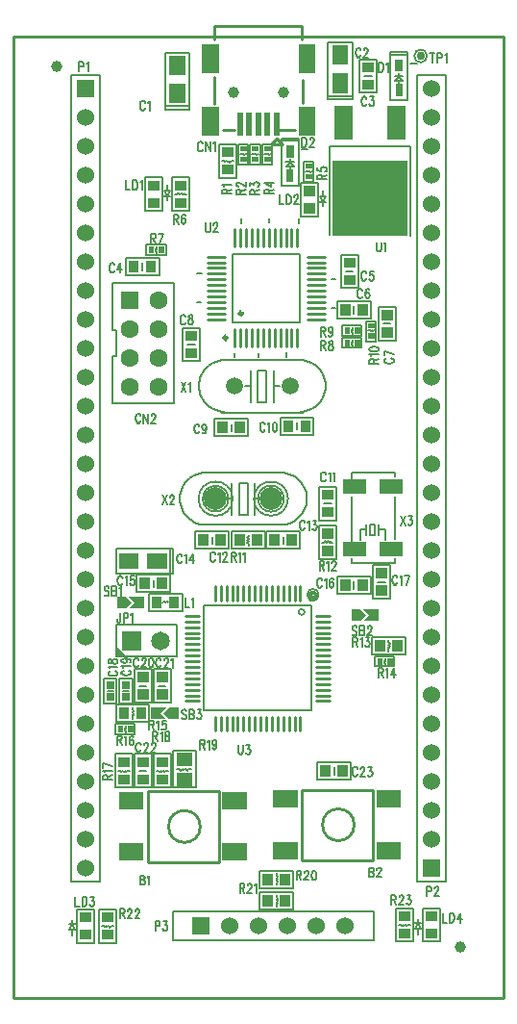
<source format=gto>
*
*
G04 PADS Layout (Build Number 2007.42.1) generated Gerber (RS-274-X) file*
G04 PC Version=2.1*
*
%IN "MB913-0127-e.pcb"*%
*
%MOIN*%
*
%FSLAX35Y35*%
*
*
*
*
G04 PC Standard Apertures*
*
*
G04 Thermal Relief Aperture macro.*
%AMTER*
1,1,$1,0,0*
1,0,$1-$2,0,0*
21,0,$3,$4,0,0,45*
21,0,$3,$4,0,0,135*
%
*
*
G04 Annular Aperture macro.*
%AMANN*
1,1,$1,0,0*
1,0,$2,0,0*
%
*
*
G04 Odd Aperture macro.*
%AMODD*
1,1,$1,0,0*
1,0,$1-0.005,0,0*
%
*
*
G04 PC Custom Aperture Macros*
*
*
*
*
*
*
G04 PC Aperture Table*
*
%ADD010R,0.02362X0.02362*%
%ADD011C,0.01*%
%ADD012C,0.008*%
%ADD015C,0.012*%
%ADD017C,0.006*%
%ADD019R,0.035X0.035*%
%ADD021R,0.065X0.065*%
%ADD022C,0.065*%
%ADD024R,0.06X0.06*%
%ADD026C,0.06*%
%ADD027R,0.063X0.063*%
%ADD028C,0.063*%
%ADD032C,0.03*%
%ADD033C,0.039*%
%ADD038C,0.005*%
%ADD039C,0.03937*%
%ADD040C,0.01013*%
%ADD043C,0.00984*%
%ADD044R,0.02X0.02*%
%ADD045R,0.05906X0.05906*%
%ADD046C,0.07874*%
%ADD047C,0.05906*%
%ADD048R,0.05118X0.05118*%
%ADD049R,0.02756X0.02756*%
%ADD050R,0.06299X0.06299*%
%ADD051R,0.26378X0.26378*%
%ADD052R,0.045X0.045*%
%ADD057C,0.00787*%
%ADD061R,0.025X0.025*%
%ADD062R,0.01772X0.01772*%
%ADD063C,0.00551*%
%ADD064C,0.00512*%
*
*
*
*
G04 PC Copper Outlines (0)*
G04 Layer Name MB913-0127-e.pcb - dark (0)*
%LPD*%
*
*
G04 PC Area=_PSI_PAC_JUMPER_000_*
G75*
G36*
G01*
X3170718Y1780740D02*
X3173868D01*
X3175836Y1782709D01*
X3173868Y1784677D01*
X3170718D01*
Y1780740D01*
G37*
G74*
*
*
G04 PC Copper Outlines (1)*
G04 Layer Name MB913-0127-e.pcb - dark (1)*
%LPD*%
*
*
G04 PC Area=_PSI_PAC_JUMPER_001_*
G75*
G36*
G01*
X3174852Y1784677D02*
X3176820Y1782709D01*
X3174852Y1780740D01*
X3180167D01*
Y1784677D01*
X3174852D01*
G37*
G74*
*
*
G04 PC Copper Outlines (2)*
G04 Layer Name MB913-0127-e.pcb - dark (2)*
%LPD*%
*
*
G04 PC Area=_PSI_PAC_JUMPER_000_*
G75*
G36*
G01*
X3251949Y1776350D02*
X3255098D01*
X3257067Y1778319D01*
X3255098Y1780287D01*
X3251949D01*
Y1776350D01*
G37*
G74*
*
*
G04 PC Copper Outlines (3)*
G04 Layer Name MB913-0127-e.pcb - dark (3)*
%LPD*%
*
*
G04 PC Area=_PSI_PAC_JUMPER_001_*
G75*
G36*
G01*
X3256083Y1780287D02*
X3258051Y1778319D01*
X3256083Y1776350D01*
X3261398D01*
Y1780287D01*
X3256083D01*
G37*
G74*
*
*
G04 PC Copper Outlines (4)*
G04 Layer Name MB913-0127-e.pcb - dark (4)*
%LPD*%
*
*
G04 PC Area=_PSI_PAC_JUMPER_000_P324000000*
G75*
G36*
G01*
X3191925Y1746303D02*
X3188776D01*
X3186807Y1744335D01*
X3188776Y1742366D01*
X3191925D01*
Y1746303D01*
G37*
G74*
*
*
G04 PC Copper Outlines (5)*
G04 Layer Name MB913-0127-e.pcb - dark (5)*
%LPD*%
*
*
G04 PC Area=_PSI_PAC_JUMPER_001_P324000000*
G75*
G36*
G01*
X3187791Y1742366D02*
X3185823Y1744335D01*
X3187791Y1746303D01*
X3182476D01*
Y1742366D01*
X3187791D01*
G37*
G74*
*
*
G04 PC Copper Outlines (6)*
G04 Layer Name MB913-0127-e.pcb - dark (6)*
%LPD*%
*
*
G04 PC Area=_PSI_PAC_CASE-A_000_P162000000*
G75*
G36*
G01*
X3194443Y1955609D02*
Y1962409D01*
X3188843D01*
Y1955609D01*
X3194443D01*
G37*
G74*
*
*
G04 PC Copper Outlines (7)*
G04 Layer Name MB913-0127-e.pcb - dark (7)*
%LPD*%
*
*
G04 PC Area=_PSI_PAC_CASE-A_001_P162000000*
G75*
G36*
G01*
X3194443Y1965409D02*
Y1972209D01*
X3188843D01*
Y1965409D01*
X3194443D01*
G37*
G74*
*
*
G04 PC Copper Outlines (8)*
G04 Layer Name MB913-0127-e.pcb - dark (8)*
%LPD*%
*
*
G04 PC Area=_PSI_PAC_CASE-A_000_P162000000*
G75*
G36*
G01*
X3250843Y1959209D02*
Y1966009D01*
X3245243D01*
Y1959209D01*
X3250843D01*
G37*
G74*
*
*
G04 PC Copper Outlines (9)*
G04 Layer Name MB913-0127-e.pcb - dark (9)*
%LPD*%
*
*
G04 PC Area=_PSI_PAC_CASE-A_001_P162000000*
G75*
G36*
G01*
X3250843Y1969009D02*
Y1975809D01*
X3245243D01*
Y1969009D01*
X3250843D01*
G37*
G74*
*
*
G04 PC Copper Outlines (10)*
G04 Layer Name MB913-0127-e.pcb - dark (10)*
%LPD*%
*
*
G04 PC Area=_PSI_PAC_CASE-AA_000_P324000000*
G75*
G36*
G01*
X3187943Y1799909D02*
X3181143D01*
Y1794309D01*
X3187943D01*
Y1799909D01*
G37*
G74*
*
*
G04 PC Copper Outlines (11)*
G04 Layer Name MB913-0127-e.pcb - dark (11)*
%LPD*%
*
*
G04 PC Area=_PSI_PAC_CASE-AA_001_P324000000*
G75*
G36*
G01*
X3178143Y1799909D02*
X3171343D01*
Y1794309D01*
X3178143D01*
Y1799909D01*
G37*
G74*
*
*
G04 PC Copper Outlines (12)*
G04 Layer Name MB913-0127-e.pcb - dark (12)*
%LPD*%
*
*
G04 PC Area=Custom_Thermal*
*
G04 PC Custom Flashes*
G04 Layer Name MB913-0127-e.pcb - flashes*
%LPD*%
*
*
G04 PC Circuitry*
G04 Layer Name MB913-0127-e.pcb - circuitry*
%LPD*%
*
G54D10*
G01X3268443Y1961189D02*
Y1959378D01*
X3230709Y1931457D02*
Y1929646D01*
G54D11*
X3234881Y1977874D02*
Y1982550D01*
X3204306*
Y1977835*
X3204481Y1964646D02*
Y1955512D01*
X3234906Y1963740D02*
Y1955630D01*
X3207362Y1946300D02*
X3211506D01*
X3227231Y1946325D02*
X3232481D01*
X3225906Y1943425D02*
X3223906Y1941425D01*
X3227906*
X3225906Y1943425*
X3234843Y1693409D02*
Y1717909D01*
X3259343*
Y1693409*
X3234843*
X3252941Y1705767D02*
G75*
G03X3252941I-5512J0D01*
G01X3181443Y1692809D02*
Y1717309D01*
X3205943*
Y1692809*
X3181443*
X3199541Y1705167D02*
G03X3199541I-5512J0D01*
G01X3213505Y1871359D02*
Y1877459D01*
X3215473Y1871359D02*
Y1877459D01*
X3217442Y1871359D02*
Y1877459D01*
X3219410Y1871359D02*
Y1877459D01*
X3221379Y1871359D02*
Y1877459D01*
X3223347Y1871359D02*
Y1877459D01*
X3225316Y1871359D02*
Y1877459D01*
X3227284Y1871359D02*
Y1877459D01*
X3229253Y1871359D02*
Y1877459D01*
X3231221Y1871359D02*
Y1877459D01*
X3242736Y1882873D02*
X3236636D01*
X3242736Y1884842D02*
X3236636D01*
X3242736Y1886810D02*
X3236636D01*
X3242736Y1888779D02*
X3236636D01*
X3242736Y1890747D02*
X3236636D01*
X3242736Y1892716D02*
X3236636D01*
X3242736Y1894684D02*
X3236636D01*
X3242736Y1896653D02*
X3236636D01*
X3242736Y1898621D02*
X3236636D01*
X3242736Y1900590D02*
X3236636D01*
X3231221Y1906004D02*
Y1912104D01*
X3229253Y1906004D02*
Y1912104D01*
X3227284Y1906004D02*
Y1912104D01*
X3225316Y1906004D02*
Y1912104D01*
X3223347Y1906004D02*
Y1912104D01*
X3221379Y1906004D02*
Y1912104D01*
X3219410Y1906004D02*
Y1912104D01*
X3217442Y1906004D02*
Y1912104D01*
X3215473Y1906004D02*
Y1912104D01*
X3213505Y1906004D02*
Y1912104D01*
X3208090Y1900590D02*
X3201990D01*
X3208090Y1898621D02*
X3201990D01*
X3208090Y1896653D02*
X3201990D01*
X3208090Y1894684D02*
X3201990D01*
X3208090Y1892716D02*
X3201990D01*
X3208090Y1890747D02*
X3201990D01*
X3208090Y1888779D02*
X3201990D01*
X3208090Y1886810D02*
X3201990D01*
X3208090Y1884842D02*
X3201990D01*
X3208090Y1882873D02*
X3201990D01*
X3173474Y1782709D03*
X3177805D03*
X3254705Y1778319D03*
X3259035D03*
X3189169Y1744335D03*
X3184839D03*
X3134843Y1645709D02*
X3304843D01*
Y1978780*
X3134843*
Y1645709*
G54D12*
X3164843Y1965472D02*
Y1685945D01*
X3154843*
Y1965472*
X3164843*
X3274843Y1685945D02*
Y1965472D01*
X3284843*
Y1685945*
X3274843*
X3190000Y1675709D02*
X3259685D01*
Y1665709*
X3190000*
Y1675709*
X3238031Y1781693D02*
Y1745394D01*
X3200709*
Y1781693*
X3238031*
X3235646Y1779449D02*
G03X3235646I-1000J0D01*
G01X3240616Y1785440D02*
G03X3240616I-1994J0D01*
G01X3239771Y1785243D02*
G03X3239771I-913J0D01*
G01X3239803Y1785440D02*
G03X3239803I-1063J0D01*
G01X3239494Y1785322D02*
G03X3239494I-1187J0D01*
G01X3239528Y1785007D02*
G03X3239528I-1024J0D01*
G01X3239290Y1785243D02*
G03X3239290I-668J0D01*
G01X3239803Y1784653D02*
G03X3239803I-1378J0D01*
G01X3240155Y1785125D02*
G03X3240155I-1061J0D01*
G54D15*
G01X3208843Y1874409D02*
G03X3208843I-600J0D01*
G01X3214243Y1882909D02*
G03X3214243I-600J0D01*
G54D17*
G01X3261183Y1789909D02*
X3263663D01*
X3244984Y1817012D02*
X3242504D01*
X3228243Y1805569D02*
Y1803088D01*
X3203643Y1803049D02*
Y1805529D01*
X3183243Y1790569D02*
Y1788088D01*
X3258902Y1965109D02*
X3256422D01*
X3262983Y1879309D02*
X3265463D01*
X3252843Y1787449D02*
Y1789929D01*
X3179433Y1900287D02*
Y1897807D01*
X3197702Y1872109D02*
X3195222D01*
X3233043Y1845169D02*
Y1842688D01*
X3210243Y1842049D02*
Y1844529D01*
X3250028Y1897425D02*
X3252508D01*
X3176043Y1746356D02*
Y1745608D01*
X3176515Y1745135*
X3176023Y1744643*
X3176456Y1744210*
X3176003Y1743757*
X3176417Y1743344*
X3176003Y1742931*
Y1742458*
X3169339Y1670693D02*
X3168591D01*
X3168118Y1670220*
X3167626Y1670713*
X3167193Y1670280*
X3166740Y1670732*
X3166327Y1670319*
X3165913Y1670732*
X3165441*
X3272350Y1671067D02*
X3271602D01*
X3271130Y1670594*
X3270638Y1671087*
X3270205Y1670654*
X3269752Y1671106*
X3269339Y1670693*
X3268925Y1671106*
X3268453*
X3264843Y1769756D02*
Y1769008D01*
X3265315Y1768535*
X3264823Y1768043*
X3265256Y1767610*
X3264803Y1767157*
X3265217Y1766744*
X3264803Y1766331*
Y1765858*
X3188290Y1724509D02*
X3187542D01*
X3187069Y1724036*
X3186577Y1724528*
X3186144Y1724095*
X3185691Y1724548*
X3185278Y1724135*
X3184865Y1724548*
X3184392*
X3225949Y1681476D02*
Y1680728D01*
X3226421Y1680256*
X3225929Y1679764*
X3226362Y1679331*
X3225909Y1678878*
X3226323Y1678465*
X3225909Y1678051*
Y1677579*
X3190772Y1924146D02*
X3191520D01*
X3191992Y1924618*
X3192484Y1924126*
X3192917Y1924559*
X3193370Y1924106*
X3193783Y1924520*
X3194197Y1924106*
X3194669*
X3210586Y1879905D02*
Y1903405D01*
X3234086*
Y1879905*
X3210586*
X3246530Y1884909D02*
X3244955D01*
X3246530Y1894709D02*
X3244955D01*
X3233643Y1915796D02*
Y1914221D01*
X3223443Y1915896D02*
Y1914321D01*
X3213743Y1915796D02*
Y1914221D01*
X3198355Y1896609D02*
X3199930D01*
X3198255Y1886809D02*
X3199830D01*
X3211243Y1867621D02*
Y1869196D01*
X3219643Y1867621D02*
Y1869196D01*
X3229343Y1867721D02*
Y1869296D01*
X3190531Y1893492D02*
Y1851917D01*
X3168957*
Y1868098*
X3170413*
Y1876957*
X3169035*
Y1893492*
X3190531*
X3186443Y1782709D02*
X3186943Y1783209D01*
X3187443Y1782709*
X3187943Y1783209*
X3188443Y1782709*
X3225949Y1688965D02*
Y1688217D01*
X3226421Y1687744*
X3225929Y1687252*
X3226362Y1686819*
X3225909Y1686366*
X3226323Y1685953*
X3225909Y1685539*
Y1685067*
X3241657Y1803563D02*
X3242406D01*
X3242878Y1804035*
X3243370Y1803543*
X3243803Y1803976*
X3244256Y1803524*
X3244669Y1803937*
X3245083Y1803524*
X3245555*
X3252843Y1885369D02*
Y1882888D01*
X3191343Y1764009D02*
Y1775009D01*
X3170343*
Y1764009*
X3191343*
X3173343D02*
X3170343Y1767009D01*
X3172343Y1764009D02*
X3170343Y1766009D01*
X3170843Y1765009D02*
X3171843Y1764009D01*
X3171343D02*
X3170843Y1764509D01*
X3184983Y1753909D02*
X3187463D01*
X3178383D02*
X3180863D01*
X3175090Y1724509D02*
X3174342D01*
X3173869Y1724036*
X3173377Y1724528*
X3172944Y1724095*
X3172491Y1724548*
X3172078Y1724135*
X3171665Y1724548*
X3171192*
X3278206Y1972047D02*
G03X3278206I-2222J0D01*
G01X3245917Y1725618D02*
Y1723138D01*
X3216243Y1802261D02*
Y1803009D01*
X3215770Y1803482*
X3216262Y1803974*
X3215829Y1804407*
X3216282Y1804860*
X3215869Y1805273*
X3216282Y1805687*
Y1806159*
X3227443Y1809709D02*
X3228443D01*
X3229443Y1809909*
X3230443Y1810209*
X3231343Y1810509*
X3232243Y1811009*
X3233043Y1811609*
X3233843Y1812309*
X3234443Y1813009*
X3235043Y1813909*
X3235543Y1814709*
X3235943Y1815709*
X3236243Y1816609*
X3236443Y1817609*
Y1818709*
Y1819709*
X3236243Y1820709*
X3235943Y1821609*
X3235543Y1822609*
X3235043Y1823409*
X3234443Y1824309*
X3233843Y1825009*
X3233043Y1825709*
X3232243Y1826309*
X3231343Y1826809*
X3230443Y1827109*
X3229443Y1827409*
X3228443Y1827609*
X3227443Y1827709*
X3201443D02*
X3200443Y1827609D01*
X3199443Y1827409*
X3198443Y1827109*
X3197543Y1826809*
X3196643Y1826309*
X3195843Y1825709*
X3195043Y1825009*
X3194443Y1824309*
X3193843Y1823409*
X3193343Y1822609*
X3192943Y1821609*
X3192643Y1820709*
X3192543Y1819709*
X3192443Y1818709*
X3192543Y1817609*
X3192643Y1816609*
X3192943Y1815709*
X3193343Y1814709*
X3193843Y1813909*
X3194443Y1813009*
X3195043Y1812309*
X3195843Y1811609*
X3196643Y1811009*
X3197543Y1810509*
X3198443Y1810209*
X3199443Y1809909*
X3200443Y1809709*
X3201443*
Y1809693D02*
X3228443D01*
X3200443Y1827646D02*
X3228443D01*
X3218443Y1818709D02*
X3220443D01*
X3218443Y1813209D02*
Y1824209D01*
X3212943D02*
X3215943D01*
X3212943Y1813209D02*
Y1824209D01*
Y1813209D02*
X3215943D01*
Y1824209*
X3210443Y1813209D02*
Y1824209D01*
X3208443Y1818709D02*
X3210443D01*
X3209260D02*
G03X3209260I-4424J0D01*
G01X3210742D02*
G03X3210742I-5906J0D01*
G01X3229954D02*
G03X3229954I-5905J0D01*
G01X3228531D02*
G03X3228531I-4482J0D01*
G01X3187443Y1953409D02*
X3195843D01*
Y1973209*
X3187443*
Y1953409*
Y1954609D02*
X3195843D01*
X3243843Y1957009D02*
X3252243D01*
Y1976809*
X3243843*
Y1957009*
Y1958209D02*
X3252243D01*
X3190143Y1792909D02*
Y1801309D01*
X3170343*
Y1792909*
X3190143*
X3188943D02*
Y1801309D01*
X3208043Y1866709D02*
X3207043D01*
X3206043Y1866509*
X3205043Y1866209*
X3204143Y1865909*
X3203243Y1865409*
X3202443Y1864809*
X3201643Y1864109*
X3201043Y1863409*
X3200443Y1862509*
X3199943Y1861709*
X3199543Y1860709*
X3199243Y1859809*
X3199043Y1858809*
Y1857709*
Y1856709*
X3199243Y1855709*
X3199543Y1854809*
X3199943Y1853809*
X3200443Y1853009*
X3201043Y1852109*
X3201643Y1851409*
X3202443Y1850709*
X3203243Y1850109*
X3204143Y1849609*
X3205043Y1849309*
X3206043Y1849009*
X3207043Y1848809*
X3208043Y1848709*
X3234043D02*
X3235043Y1848809D01*
X3236043Y1849009*
X3237043Y1849309*
X3237943Y1849609*
X3238843Y1850109*
X3239643Y1850709*
X3240443Y1851409*
X3241043Y1852109*
X3241643Y1853009*
X3242143Y1853809*
X3242543Y1854809*
X3242843Y1855709*
X3242943Y1856709*
X3243043Y1857709*
X3242943Y1858809*
X3242843Y1859809*
X3242543Y1860709*
X3242143Y1861709*
X3241643Y1862509*
X3241043Y1863409*
X3240443Y1864109*
X3239643Y1864809*
X3238843Y1865409*
X3237943Y1865909*
X3237043Y1866209*
X3236043Y1866509*
X3235043Y1866709*
X3234043*
Y1866862D02*
X3207043D01*
X3235043Y1848555D02*
X3207043D01*
X3217043Y1857709D02*
X3215043D01*
X3217043Y1863209D02*
Y1852209D01*
X3222543D02*
X3219543D01*
X3222543Y1863209D02*
Y1852209D01*
Y1863209D02*
X3219543D01*
Y1852209*
X3225043Y1863209D02*
Y1852209D01*
X3227043Y1857709D02*
X3225043D01*
X3178383Y1724509D02*
X3180863D01*
X3251962Y1797935D02*
Y1796361D01*
X3266923*
Y1797935*
Y1804628D02*
Y1819589D01*
X3251962Y1804235D02*
Y1819589D01*
Y1825888D02*
Y1827857D01*
X3266923*
Y1826282*
X3258261Y1806203D02*
Y1809746D01*
X3260230*
Y1806203*
X3258261*
X3257080D02*
Y1809746D01*
X3261411Y1806203D02*
Y1809746D01*
X3257080Y1807975D02*
X3255112D01*
X3261411D02*
X3263576D01*
X3255112D02*
Y1804431D01*
X3263576Y1807975D02*
Y1804431D01*
X3265443Y1972370D02*
Y1956909D01*
X3271443*
Y1972370*
X3265443*
Y1973309D02*
Y1956909D01*
X3271443*
Y1973309*
X3265443*
X3269702Y1965244D02*
X3266907D01*
X3269506Y1963787D02*
X3268443Y1964850D01*
X3267084Y1963492*
X3269702*
X3269378Y1963817*
X3268403Y1966189D02*
Y1965756D01*
X3268364Y1963157D02*
Y1962685D01*
X3227709Y1942638D02*
Y1927176D01*
X3233709*
Y1942638*
X3227709*
Y1943576D02*
Y1927176D01*
X3233709*
Y1943576*
X3227709*
X3231969Y1935512D02*
X3229173D01*
X3231772Y1934055D02*
X3230709Y1935118D01*
X3229350Y1933760*
X3231969*
X3231644Y1934085*
X3230669Y1936457D02*
Y1936024D01*
X3230630Y1933425D02*
Y1932953D01*
X3190123Y1731419D02*
Y1718619D01*
X3198123*
Y1731419*
X3190123*
X3191247Y1725091D02*
X3192192D01*
X3192724Y1724560*
X3193294Y1725131*
X3193806Y1724619*
X3194377Y1725190*
X3194987Y1724580*
X3195361Y1724954*
X3196365*
X3175943Y1750309D02*
Y1756409D01*
X3171343*
Y1753359*
X3175943Y1750859D02*
Y1747809D01*
X3171343*
Y1754509*
X3174643Y1752109D02*
X3172643D01*
X3170543Y1750309D02*
Y1756409D01*
X3165943*
Y1753359*
X3170543Y1750859D02*
Y1747809D01*
X3165943*
Y1754509*
X3169243Y1752109D02*
X3167243D01*
X3211090Y1935709D02*
X3210342D01*
X3209869Y1935236*
X3209377Y1935728*
X3208944Y1935295*
X3208491Y1935748*
X3208078Y1935335*
X3207665Y1935748*
X3207192*
X3267897Y1791321D02*
X3267783Y1791634D01*
X3267556Y1791946*
X3267329Y1792102*
X3266874*
X3266647Y1791946*
X3266420Y1791634*
X3266306Y1791321*
X3266193Y1790852*
Y1790071*
X3266306Y1789602*
X3266420Y1789290*
X3266647Y1788977*
X3266874Y1788821*
X3267329*
X3267556Y1788977*
X3267783Y1789290*
X3267897Y1789602*
X3268920Y1791477D02*
X3269147Y1791634D01*
X3269488Y1792102*
Y1788821*
X3272102Y1792102D02*
X3270965Y1788821D01*
X3270511Y1792102D02*
X3272102D01*
X3243043Y1827106D02*
X3242929Y1827418D01*
X3242702Y1827731*
X3242474Y1827887*
X3242020*
X3241793Y1827731*
X3241565Y1827418*
X3241452Y1827106*
X3241338Y1826637*
Y1825856*
X3241452Y1825387*
X3241565Y1825074*
X3241793Y1824762*
X3242020Y1824606*
X3242474*
X3242702Y1824762*
X3242929Y1825074*
X3243043Y1825387*
X3244065Y1827262D02*
X3244293Y1827418D01*
X3244633Y1827887*
X3244633D02*
Y1824606D01*
X3245656Y1827262D02*
X3245883Y1827418D01*
X3245883D02*
X3246224Y1827887D01*
Y1824606*
X3235752Y1810394D02*
X3235638Y1810706D01*
X3235411Y1811019*
X3235184Y1811175*
X3234729*
X3234502Y1811019*
X3234275Y1810706*
X3234161Y1810394*
X3234047Y1809925*
Y1809144*
X3234161Y1808675*
X3234275Y1808362*
X3234502Y1808050*
X3234729Y1807894*
X3235184*
X3235411Y1808050*
X3235638Y1808362*
X3235752Y1808675*
X3236775Y1810550D02*
X3237002Y1810706D01*
X3237343Y1811175*
Y1807894*
X3238593Y1811175D02*
X3239843D01*
X3239161Y1809925*
X3239502*
X3239729Y1809769*
X3239843Y1809612*
X3239956Y1809144*
Y1808831*
X3239843Y1808362*
X3239615Y1808050*
X3239275Y1807894*
X3238934*
X3238593Y1808050*
X3238479Y1808206*
X3238365Y1808519*
X3204704Y1799402D02*
X3204590Y1799715D01*
X3204363Y1800027*
X3204136Y1800184*
X3203681*
X3203454Y1800027*
X3203227Y1799715*
X3203113Y1799402*
X3202999Y1798934*
Y1798152*
X3203113Y1797684*
X3203227Y1797371*
X3203454Y1797059*
X3203681Y1796902*
X3204136*
X3204363Y1797059*
X3204590Y1797371*
X3204704Y1797684*
X3205727Y1799559D02*
X3205954Y1799715D01*
X3206295Y1800184*
Y1796902*
X3207431Y1799402D02*
Y1799559D01*
X3207545Y1799871*
X3207658Y1800027*
X3207886Y1800184*
X3208340*
X3208568Y1800027*
X3208681Y1799871*
X3208795Y1799559*
Y1799246*
X3208681Y1798934*
X3208454Y1798465*
X3207318Y1796902*
X3208908*
X3172571Y1791185D02*
X3172457Y1791498D01*
X3172230Y1791810*
X3172003Y1791966*
X3171548*
X3171321Y1791810*
X3171093Y1791498*
X3170980Y1791185*
X3170866Y1790716*
Y1789935*
X3170980Y1789466*
X3171093Y1789154*
X3171321Y1788841*
X3171548Y1788685*
X3172003*
X3172230Y1788841*
X3172457Y1789154*
X3172571Y1789466*
X3173593Y1791341D02*
X3173821Y1791498D01*
X3174162Y1791966*
Y1788685*
X3176662Y1791966D02*
X3175525D01*
X3175412Y1790560*
X3175525Y1790716*
X3175866Y1790873*
X3176207*
X3176548Y1790716*
X3176775Y1790404*
X3176889Y1789935*
X3176775Y1789623*
X3176662Y1789154*
X3176434Y1788841*
X3176093Y1788685*
X3175753*
X3175412Y1788841*
X3175298Y1788998*
X3175184Y1789310*
X3257208Y1957193D02*
X3257095Y1957505D01*
X3256868Y1957818*
X3256640Y1957974*
X3256186*
X3255958Y1957818*
X3255731Y1957505*
X3255618Y1957193*
X3255504Y1956724*
Y1955943*
X3255618Y1955474*
X3255731Y1955162*
X3255958Y1954849*
X3256186Y1954693*
X3256640*
X3256868Y1954849*
X3257095Y1955162*
X3257208Y1955474*
X3258458Y1957974D02*
X3259708D01*
X3259027Y1956724*
X3259368*
X3259595Y1956568*
X3259708Y1956412*
X3259822Y1955943*
Y1955630*
X3259708Y1955162*
X3259481Y1954849*
X3259140Y1954693*
X3258799*
X3258458Y1954849*
X3258345Y1955005*
X3258231Y1955318*
X3264173Y1867268D02*
X3263861Y1867154D01*
X3263548Y1866927*
X3263392Y1866699*
Y1866245*
X3263548Y1866018*
X3263861Y1865790*
X3264173Y1865677*
X3264642Y1865563*
X3265423*
X3265892Y1865677*
X3266204Y1865790*
X3266517Y1866018*
X3266673Y1866245*
Y1866699*
X3266517Y1866927*
X3266204Y1867154*
X3265892Y1867268*
X3263392Y1869881D02*
X3266673Y1868745D01*
X3263392Y1868290D02*
Y1869881D01*
X3241765Y1790402D02*
X3241652Y1790715D01*
X3241424Y1791027*
X3241197Y1791184*
X3240743*
X3240515Y1791027*
X3240288Y1790715*
X3240174Y1790402*
X3240061Y1789934*
Y1789152*
X3240174Y1788684*
X3240288Y1788371*
X3240515Y1788059*
X3240743Y1787902*
X3241197*
X3241424Y1788059*
X3241652Y1788371*
X3241765Y1788684*
X3242788Y1790559D02*
X3243015Y1790715D01*
X3243356Y1791184*
Y1787902*
X3245743Y1790715D02*
X3245629Y1791027D01*
X3245288Y1791184*
X3245061*
X3244720Y1791027*
X3244493Y1790559*
X3244379Y1789777*
Y1788996*
X3244493Y1788371*
X3244720Y1788059*
X3245061Y1787902*
X3245174*
X3245515Y1788059*
X3245743Y1788371*
X3245856Y1788840*
Y1788996*
X3245743Y1789465*
X3245515Y1789777*
X3245174Y1789934*
X3245061*
X3244720Y1789777*
X3244493Y1789465*
X3244379Y1788996*
X3169728Y1899602D02*
X3169615Y1899915D01*
X3169387Y1900227*
X3169160Y1900384*
X3168705*
X3168478Y1900227*
X3168251Y1899915*
X3168137Y1899602*
X3168024Y1899134*
Y1898352*
X3168137Y1897884*
X3168251Y1897571*
X3168478Y1897259*
X3168705Y1897102*
X3169160*
X3169387Y1897259*
X3169615Y1897571*
X3169728Y1897884*
X3171887Y1900384D02*
X3170751Y1898196D01*
X3172455*
X3171887Y1900384D02*
Y1897102D01*
X3194365Y1881602D02*
X3194252Y1881915D01*
X3194024Y1882227*
X3193797Y1882384*
X3193343*
X3193115Y1882227*
X3192888Y1881915*
X3192774Y1881602*
X3192661Y1881134*
Y1880352*
X3192774Y1879884*
X3192888Y1879571*
X3193115Y1879259*
X3193343Y1879102*
X3193797*
X3194024Y1879259*
X3194252Y1879571*
X3194365Y1879884*
X3195956Y1882384D02*
X3195615Y1882227D01*
X3195502Y1881915*
Y1881602*
X3195615Y1881290*
X3195843Y1881134*
X3196297Y1880977*
X3196638Y1880821*
X3196865Y1880509*
X3196979Y1880196*
Y1879727*
X3196865Y1879415*
X3196752Y1879259*
X3196411Y1879102*
X3195956*
X3195615Y1879259*
X3195502Y1879415*
X3195388Y1879727*
Y1880196*
X3195502Y1880509*
X3195729Y1880821*
X3196070Y1880977*
X3196524Y1881134*
X3196752Y1881290*
X3196865Y1881602*
Y1881915*
X3196752Y1882227*
X3196411Y1882384*
X3195956*
X3221965Y1844402D02*
X3221852Y1844715D01*
X3221624Y1845027*
X3221397Y1845184*
X3220943*
X3220715Y1845027*
X3220488Y1844715*
X3220374Y1844402*
X3220261Y1843934*
Y1843152*
X3220374Y1842684*
X3220488Y1842371*
X3220715Y1842059*
X3220943Y1841902*
X3221397*
X3221624Y1842059*
X3221852Y1842371*
X3221965Y1842684*
X3222988Y1844559D02*
X3223215Y1844715D01*
X3223556Y1845184*
Y1841902*
X3225261Y1845184D02*
X3224920Y1845027D01*
X3224693Y1844559*
X3224579Y1843777*
Y1843309*
X3224693Y1842527*
X3224920Y1842059*
X3225261Y1841902*
X3225488*
X3225829Y1842059*
X3226056Y1842527*
X3226170Y1843309*
Y1843777*
X3226056Y1844559*
X3225829Y1845027*
X3225488Y1845184*
X3225261*
X3199165Y1843802D02*
X3199052Y1844115D01*
X3198824Y1844427*
X3198597Y1844584*
X3198143*
X3197915Y1844427*
X3197688Y1844115*
X3197574Y1843802*
X3197461Y1843334*
Y1842552*
X3197574Y1842084*
X3197688Y1841771*
X3197915Y1841459*
X3198143Y1841302*
X3198597*
X3198824Y1841459*
X3199052Y1841771*
X3199165Y1842084*
X3201665Y1843490D02*
X3201552Y1843021D01*
X3201324Y1842709*
X3200983Y1842552*
X3200870*
X3200529Y1842709*
X3200302Y1843021*
X3200188Y1843490*
Y1843646*
X3200302Y1844115*
X3200529Y1844427*
X3200870Y1844584*
X3200983*
X3201324Y1844427*
X3201552Y1844115*
X3201665Y1843490*
Y1842709*
X3201552Y1841927*
X3201324Y1841459*
X3200983Y1841302*
X3200756*
X3200415Y1841459*
X3200302Y1841771*
X3257099Y1896719D02*
X3256985Y1897031D01*
X3256758Y1897344*
X3256531Y1897500*
X3256076*
X3255849Y1897344*
X3255621Y1897031*
X3255508Y1896719*
X3255394Y1896250*
Y1895469*
X3255508Y1895000*
X3255621Y1894688*
X3255849Y1894375*
X3256076Y1894219*
X3256531*
X3256758Y1894375*
X3256985Y1894688*
X3257099Y1895000*
X3259599Y1897500D02*
X3258462D01*
X3258349Y1896094*
X3258462Y1896250*
X3258803Y1896406*
X3259144*
X3259485Y1896250*
X3259712Y1895938*
X3259826Y1895469*
X3259712Y1895156*
X3259599Y1894688*
X3259371Y1894375*
X3259031Y1894219*
X3258690*
X3258349Y1894375*
X3258235Y1894531*
X3258121Y1894844*
X3181898Y1741884D02*
Y1738602D01*
Y1741884D02*
X3182920D01*
X3183261Y1741727*
X3183375Y1741571*
X3183489Y1741259*
Y1740946*
X3183375Y1740634*
X3183261Y1740477*
X3182920Y1740321*
X3181898*
X3182693D02*
X3183489Y1738602D01*
X3184511Y1741259D02*
X3184739Y1741415D01*
X3185079Y1741884*
Y1738602*
X3187579Y1741884D02*
X3186443D01*
X3186329Y1740477*
X3186443Y1740634*
X3186784Y1740790*
X3187125*
X3187466Y1740634*
X3187693Y1740321*
X3187807Y1739852*
X3187693Y1739540*
X3187579Y1739071*
X3187352Y1738759*
X3187011Y1738602*
X3186670*
X3186329Y1738759*
X3186216Y1738915*
X3186102Y1739227*
X3171685Y1676647D02*
Y1673366D01*
Y1676647D02*
X3172708D01*
X3173049Y1676491*
X3173162Y1676335*
X3173276Y1676022*
Y1675710*
X3173162Y1675397*
X3173049Y1675241*
X3172708Y1675085*
X3171685*
X3172480D02*
X3173276Y1673366D01*
X3174412Y1675866D02*
Y1676022D01*
X3174526Y1676335*
X3174640Y1676491*
X3174867Y1676647*
X3175321*
X3175549Y1676491*
X3175662Y1676335*
X3175776Y1676022*
Y1675710*
X3175662Y1675397*
X3175435Y1674929*
X3174299Y1673366*
X3175890*
X3177026Y1675866D02*
Y1676022D01*
X3177140Y1676335*
X3177253Y1676491*
X3177480Y1676647*
X3177935*
X3178162Y1676491*
X3178276Y1676335*
X3178390Y1676022*
Y1675710*
X3178276Y1675397*
X3178049Y1674929*
X3176912Y1673366*
X3178503*
X3265854Y1681391D02*
Y1678110D01*
Y1681391D02*
X3266877D01*
X3267218Y1681235*
X3267332Y1681079*
X3267445Y1680766*
Y1680454*
X3267332Y1680141*
X3267218Y1679985*
X3266877Y1679829*
X3265854*
X3266650D02*
X3267445Y1678110D01*
X3268582Y1680610D02*
Y1680766D01*
X3268695Y1681079*
X3268809Y1681235*
X3269036Y1681391*
X3269491*
X3269718Y1681235*
X3269832Y1681079*
X3269945Y1680766*
Y1680454*
X3269832Y1680141*
X3269604Y1679673*
X3268468Y1678110*
X3270059*
X3271309Y1681391D02*
X3272559D01*
X3271877Y1680141*
X3272218*
X3272445Y1679985*
X3272559Y1679829*
X3272673Y1679360*
Y1679048*
X3272559Y1678579*
X3272332Y1678266*
X3271991Y1678110*
X3271650*
X3271309Y1678266*
X3271195Y1678423*
X3271082Y1678735*
X3252500Y1770608D02*
Y1767327D01*
Y1770608D02*
X3253523D01*
X3253864Y1770452*
X3253977Y1770296*
X3254091Y1769983*
Y1769671*
X3253977Y1769358*
X3253864Y1769202*
X3253523Y1769046*
X3252500*
X3253295D02*
X3254091Y1767327D01*
X3255114Y1769983D02*
X3255341Y1770139D01*
X3255682Y1770608*
Y1767327*
X3256932Y1770608D02*
X3258182D01*
X3257500Y1769358*
X3257841*
X3258068Y1769202*
X3258182Y1769046*
X3258295Y1768577*
Y1768264*
X3258182Y1767796*
X3257955Y1767483*
X3257614Y1767327*
X3257273*
X3256932Y1767483*
X3256818Y1767639*
X3256705Y1767952*
X3183067Y1737974D02*
Y1734693D01*
Y1737974D02*
X3184090D01*
X3184431Y1737818*
X3184544Y1737662*
X3184658Y1737349*
Y1737037*
X3184544Y1736724*
X3184431Y1736568*
X3184090Y1736412*
X3183067*
X3183862D02*
X3184658Y1734693D01*
X3185681Y1737349D02*
X3185908Y1737505D01*
X3186249Y1737974*
Y1734693*
X3187840Y1737974D02*
X3187499Y1737818D01*
X3187385Y1737505*
Y1737193*
X3187499Y1736880*
X3187726Y1736724*
X3188181Y1736568*
X3188521Y1736412*
X3188749Y1736099*
X3188862Y1735787*
Y1735318*
X3188749Y1735005*
X3188635Y1734849*
X3188294Y1734693*
X3187840*
X3187499Y1734849*
X3187385Y1735005*
X3187271Y1735318*
Y1735787*
X3187385Y1736099*
X3187612Y1736412*
X3187953Y1736568*
X3188408Y1736724*
X3188635Y1736880*
X3188749Y1737193*
Y1737505*
X3188635Y1737818*
X3188294Y1737974*
X3187840*
X3213264Y1685399D02*
Y1682118D01*
Y1685399D02*
X3214287D01*
X3214627Y1685243*
X3214741Y1685087*
X3214855Y1684774*
Y1684462*
X3214741Y1684149*
X3214627Y1683993*
X3214287Y1683837*
X3213264*
X3214059D02*
X3214855Y1682118D01*
X3215991Y1684618D02*
Y1684774D01*
X3216105Y1685087*
X3216218Y1685243*
X3216446Y1685399*
X3216900*
X3217127Y1685243*
X3217241Y1685087*
X3217355Y1684774*
Y1684462*
X3217241Y1684149*
X3217014Y1683681*
X3215877Y1682118*
X3217468*
X3218491Y1684774D02*
X3218718Y1684931D01*
X3219059Y1685399*
Y1682118*
X3190382Y1917151D02*
Y1913870D01*
Y1917151D02*
X3191405D01*
X3191746Y1916995*
X3191859Y1916839*
X3191973Y1916526*
Y1916214*
X3191859Y1915901*
X3191746Y1915745*
X3191405Y1915589*
X3190382*
X3191177D02*
X3191973Y1913870D01*
X3194359Y1916683D02*
X3194246Y1916995D01*
X3193905Y1917151*
X3193677*
X3193336Y1916995*
X3193109Y1916526*
X3192996Y1915745*
Y1914964*
X3193109Y1914339*
X3193336Y1914026*
X3193677Y1913870*
X3193791*
X3194132Y1914026*
X3194359Y1914339*
X3194473Y1914808*
Y1914964*
X3194359Y1915433*
X3194132Y1915745*
X3193791Y1915901*
X3193677*
X3193336Y1915745*
X3193109Y1915433*
X3192996Y1914964*
X3201441Y1914293D02*
Y1911949D01*
X3201555Y1911481*
X3201782Y1911168*
X3202123Y1911012*
X3202350*
X3202691Y1911168*
X3202918Y1911481*
X3203032Y1911949*
Y1914293*
X3204168Y1913512D02*
Y1913668D01*
X3204282Y1913981*
X3204395Y1914137*
X3204623Y1914293*
X3205077*
X3205305Y1914137*
X3205418Y1913981*
X3205532Y1913668*
Y1913356*
X3205418Y1913043*
X3205191Y1912574*
X3204055Y1911012*
X3205645*
X3178854Y1847402D02*
X3178740Y1847715D01*
X3178513Y1848027*
X3178286Y1848184*
X3177831*
X3177604Y1848027*
X3177377Y1847715*
X3177263Y1847402*
X3177149Y1846934*
Y1846152*
X3177263Y1845684*
X3177377Y1845371*
X3177604Y1845059*
X3177831Y1844902*
X3178286*
X3178513Y1845059*
X3178740Y1845371*
X3178854Y1845684*
X3179877Y1848184D02*
Y1844902D01*
Y1848184D02*
X3181468Y1844902D01*
Y1848184D02*
Y1844902D01*
X3182604Y1847402D02*
Y1847559D01*
X3182718Y1847871*
X3182831Y1848027*
X3183058Y1848184*
X3183513*
X3183740Y1848027*
X3183854Y1847871*
X3183968Y1847559*
Y1847246*
X3183854Y1846934*
X3183627Y1846465*
X3182490Y1844902*
X3184081*
X3194249Y1784285D02*
Y1781004D01*
X3195612*
X3196635Y1783660D02*
X3196862Y1783817D01*
X3197203Y1784285*
Y1781004*
X3232945Y1689876D02*
Y1686594D01*
Y1689876D02*
X3233968D01*
X3234309Y1689719*
X3234422Y1689563*
X3234536Y1689251*
Y1688938*
X3234422Y1688626*
X3234309Y1688469*
X3233968Y1688313*
X3232945*
X3233740D02*
X3234536Y1686594D01*
X3235672Y1689094D02*
Y1689251D01*
X3235786Y1689563*
X3235899Y1689719*
X3236127Y1689876*
X3236581*
X3236809Y1689719*
X3236922Y1689563*
X3237036Y1689251*
Y1688938*
X3236922Y1688626*
X3236695Y1688157*
X3235559Y1686594*
X3237149*
X3238854Y1689876D02*
X3238513Y1689719D01*
X3238286Y1689251*
X3238172Y1688469*
Y1688001*
X3238286Y1687219*
X3238513Y1686751*
X3238854Y1686594*
X3239081*
X3239422Y1686751*
X3239649Y1687219*
X3239763Y1688001*
Y1688469*
X3239649Y1689251*
X3239422Y1689719*
X3239081Y1689876*
X3238854*
X3156231Y1680784D02*
Y1677502D01*
X3157595*
X3158618Y1680784D02*
Y1677502D01*
Y1680784D02*
X3159413D01*
X3159754Y1680627*
X3159981Y1680315*
X3160095Y1680002*
X3160208Y1679534*
Y1678752*
X3160095Y1678284*
X3159981Y1677971*
X3159754Y1677659*
X3159413Y1677502*
X3158618*
X3161458Y1680784D02*
X3162708D01*
X3162027Y1679534*
X3162368*
X3162595Y1679377*
X3162708Y1679221*
X3162822Y1678752*
Y1678440*
X3162708Y1677971*
X3162481Y1677659*
X3162140Y1677502*
X3161799*
X3161458Y1677659*
X3161345Y1677815*
X3161231Y1678127*
X3173815Y1929006D02*
Y1925724D01*
X3175179*
X3176201Y1929006D02*
Y1925724D01*
Y1929006D02*
X3176997D01*
X3177338Y1928849*
X3177565Y1928537*
X3177679Y1928224*
X3177792Y1927756*
Y1926974*
X3177679Y1926506*
X3177565Y1926193*
X3177338Y1925881*
X3176997Y1925724*
X3176201*
X3178815Y1928381D02*
X3179042Y1928537D01*
X3179383Y1929006*
Y1925724*
X3240913Y1797184D02*
Y1793902D01*
Y1797184D02*
X3241936D01*
X3242277Y1797027*
X3242390Y1796871*
X3242504Y1796559*
Y1796246*
X3242390Y1795934*
X3242277Y1795777*
X3241936Y1795621*
X3240913*
X3241708D02*
X3242504Y1793902D01*
X3243527Y1796559D02*
X3243754Y1796715D01*
X3244095Y1797184*
Y1793902*
X3245231Y1796402D02*
Y1796559D01*
X3245345Y1796871*
X3245458Y1797027*
X3245686Y1797184*
X3246140*
X3246368Y1797027*
X3246481Y1796871*
X3246595Y1796559*
Y1796246*
X3246481Y1795934*
X3246254Y1795465*
X3245118Y1793902*
X3246708*
X3255791Y1890622D02*
X3255678Y1890935D01*
X3255450Y1891247*
X3255223Y1891403*
X3254768*
X3254541Y1891247*
X3254314Y1890935*
X3254200Y1890622*
X3254087Y1890153*
Y1889372*
X3254200Y1888903*
X3254314Y1888591*
X3254541Y1888278*
X3254768Y1888122*
X3255223*
X3255450Y1888278*
X3255678Y1888591*
X3255791Y1888903*
X3258178Y1890935D02*
X3258064Y1891247D01*
X3257723Y1891403*
X3257496*
X3257155Y1891247*
X3256928Y1890778*
X3256814Y1889997*
Y1889216*
X3256928Y1888591*
X3257155Y1888278*
X3257496Y1888122*
X3257609*
X3257950Y1888278*
X3258178Y1888591*
X3258291Y1889060*
Y1889216*
X3258178Y1889685*
X3257950Y1889997*
X3257609Y1890153*
X3257496*
X3257155Y1889997*
X3256928Y1889685*
X3256814Y1889216*
X3157424Y1969984D02*
Y1966702D01*
Y1969984D02*
X3158447D01*
X3158788Y1969827*
X3158902Y1969671*
X3159015Y1969359*
Y1968890*
X3158902Y1968577*
X3158788Y1968421*
X3158447Y1968265*
X3157424*
X3160038Y1969359D02*
X3160265Y1969515D01*
X3160606Y1969984*
Y1966702*
X3278113Y1684384D02*
Y1681102D01*
Y1684384D02*
X3279136D01*
X3279477Y1684227*
X3279590Y1684071*
X3279704Y1683759*
Y1683290*
X3279590Y1682977*
X3279477Y1682821*
X3279136Y1682665*
X3278113*
X3280840Y1683602D02*
Y1683759D01*
X3280954Y1684071*
X3281068Y1684227*
X3281295Y1684384*
X3281749*
X3281977Y1684227*
X3282090Y1684071*
X3282204Y1683759*
Y1683446*
X3282090Y1683134*
X3281863Y1682665*
X3280727Y1681102*
X3282318*
X3183913Y1672384D02*
Y1669102D01*
Y1672384D02*
X3184936D01*
X3185277Y1672227*
X3185390Y1672071*
X3185504Y1671759*
Y1671290*
X3185390Y1670977*
X3185277Y1670821*
X3184936Y1670665*
X3183913*
X3186754Y1672384D02*
X3188004D01*
X3187322Y1671134*
X3187663*
X3187890Y1670977*
X3188004Y1670821*
X3188118Y1670352*
Y1670040*
X3188004Y1669571*
X3187777Y1669259*
X3187436Y1669102*
X3187095*
X3186754Y1669259*
X3186640Y1669415*
X3186527Y1669727*
X3212724Y1733474D02*
Y1731130D01*
X3212838Y1730662*
X3213065Y1730349*
X3213406Y1730193*
X3213634*
X3213974Y1730349*
X3214202Y1730662*
X3214315Y1731130*
Y1733474*
X3215565D02*
X3216815D01*
X3216134Y1732224*
X3216474*
X3216702Y1732068*
X3216815Y1731912*
X3216929Y1731443*
Y1731130*
X3216815Y1730662*
X3216588Y1730349*
X3216247Y1730193*
X3215906*
X3215565Y1730349*
X3215452Y1730505*
X3215338Y1730818*
X3167874Y1787856D02*
X3167647Y1788168D01*
X3167306Y1788325*
X3166852*
X3166511Y1788168*
X3166283Y1787856*
Y1787543*
X3166397Y1787231*
X3166511Y1787075*
X3166738Y1786918*
X3167420Y1786606*
X3167647Y1786450*
X3167761Y1786293*
X3167874Y1785981*
Y1785512*
X3167647Y1785200*
X3167306Y1785043*
X3166852*
X3166511Y1785200*
X3166283Y1785512*
X3168897Y1788325D02*
Y1785043D01*
Y1788325D02*
X3169920D01*
X3170261Y1788168*
X3170374Y1788012*
X3170488Y1787700*
Y1787387*
X3170374Y1787075*
X3170261Y1786918*
X3169920Y1786762*
X3168897D02*
X3169920D01*
X3170261Y1786606*
X3170374Y1786450*
X3170488Y1786137*
Y1785668*
X3170374Y1785356*
X3170261Y1785200*
X3169920Y1785043*
X3168897*
X3171511Y1787700D02*
X3171738Y1787856D01*
X3172079Y1788325*
Y1785043*
X3283673Y1675179D02*
Y1671898D01*
X3285037*
X3286060Y1675179D02*
Y1671898D01*
Y1675179D02*
X3286855D01*
X3287196Y1675023*
X3287423Y1674710*
X3287537Y1674398*
X3287651Y1673929*
X3287651D02*
Y1673148D01*
X3287651D02*
X3287537Y1672679D01*
X3287423Y1672366*
X3287196Y1672054*
X3286855Y1671898*
X3286060*
X3289810Y1675179D02*
X3288673Y1672991D01*
X3290378*
X3289810Y1675179D02*
Y1671898D01*
X3227043Y1923990D02*
Y1920709D01*
X3228406*
X3229429Y1923990D02*
Y1920709D01*
Y1923990D02*
X3230224D01*
X3230565Y1923834*
X3230793Y1923521*
X3230906Y1923209*
X3231020Y1922740*
Y1921959*
X3230906Y1921490*
X3230793Y1921177*
X3230565Y1920865*
X3230224Y1920709*
X3229429*
X3232156Y1923209D02*
Y1923365D01*
X3232270Y1923677*
X3232383Y1923834*
X3232611Y1923990*
X3233065*
X3233293Y1923834*
X3233406Y1923677*
X3233520Y1923365*
Y1923052*
X3233406Y1922740*
X3233179Y1922271*
X3232043Y1920709*
X3233633*
X3171881Y1779184D02*
Y1776684D01*
X3171768Y1776215*
X3171654Y1776059*
X3171427Y1775902*
X3171199*
X3170972Y1776059*
X3170858Y1776215*
X3170745Y1776684*
Y1776996*
X3172904Y1779184D02*
Y1775902D01*
Y1779184D02*
X3173927D01*
X3174268Y1779027*
X3174381Y1778871*
X3174495Y1778559*
Y1778090*
X3174381Y1777777*
X3174268Y1777621*
X3173927Y1777465*
X3172904*
X3175518Y1778559D02*
X3175745Y1778715D01*
X3176086Y1779184*
Y1775902*
X3185897Y1762654D02*
X3185784Y1762966D01*
X3185557Y1763279*
X3185329Y1763435*
X3184875*
X3184647Y1763279*
X3184420Y1762966*
X3184307Y1762654*
X3184193Y1762185*
Y1761404*
X3184307Y1760935*
X3184420Y1760622*
X3184647Y1760310*
X3184875Y1760154*
X3185329*
X3185557Y1760310*
X3185784Y1760622*
X3185897Y1760935*
X3187034Y1762654D02*
Y1762810D01*
X3187147Y1763122*
X3187261Y1763279*
X3187488Y1763435*
X3187943*
X3188170Y1763279*
X3188284Y1763122*
X3188397Y1762810*
Y1762497*
X3188284Y1762185*
X3188057Y1761716*
X3186920Y1760154*
X3188511*
X3189534Y1762810D02*
X3189761Y1762966D01*
X3190102Y1763435*
Y1760154*
X3178108Y1762802D02*
X3177995Y1763115D01*
X3177768Y1763427*
X3177540Y1763584*
X3177086*
X3176858Y1763427*
X3176631Y1763115*
X3176518Y1762802*
X3176404Y1762334*
Y1761552*
X3176518Y1761084*
X3176631Y1760771*
X3176858Y1760459*
X3177086Y1760302*
X3177540*
X3177768Y1760459*
X3177995Y1760771*
X3178108Y1761084*
X3179245Y1762802D02*
Y1762959D01*
X3179358Y1763271*
X3179472Y1763427*
X3179699Y1763584*
X3180154*
X3180381Y1763427*
X3180495Y1763271*
X3180608Y1762959*
Y1762646*
X3180495Y1762334*
X3180268Y1761865*
X3179131Y1760302*
X3180722*
X3182427Y1763584D02*
X3182086Y1763427D01*
X3181858Y1762959*
X3181745Y1762177*
Y1761709*
X3181858Y1760927*
X3182086Y1760459*
X3182427Y1760302*
X3182654*
X3182995Y1760459*
X3183222Y1760927*
X3183336Y1761709*
Y1762177*
X3183222Y1762959*
X3182995Y1763427*
X3182654Y1763584*
X3182427*
X3165768Y1721384D02*
X3169049D01*
X3165768D02*
Y1722406D01*
X3165924Y1722747*
X3166080Y1722861*
X3166393Y1722975*
X3166705*
X3167018Y1722861*
X3167174Y1722747*
X3167330Y1722406*
Y1721384*
Y1722179D02*
X3169049Y1722975D01*
X3166393Y1723997D02*
X3166236Y1724225D01*
X3165768Y1724565*
X3169049*
X3165768Y1727179D02*
X3169049Y1726043D01*
X3165768Y1725588D02*
Y1727179D01*
X3279913Y1972984D02*
Y1969702D01*
X3279118Y1972984D02*
X3280708D01*
X3281731D02*
Y1969702D01*
Y1972984D02*
X3282754D01*
X3283095Y1972827*
X3283208Y1972671*
X3283322Y1972359*
Y1971890*
X3283208Y1971577*
X3283095Y1971421*
X3282754Y1971265*
X3281731*
X3284345Y1972359D02*
X3284572Y1972515D01*
X3284913Y1972984*
Y1969702*
X3254018Y1725002D02*
X3253904Y1725315D01*
X3253677Y1725627*
X3253449Y1725784*
X3252995*
X3252768Y1725627*
X3252540Y1725315*
X3252427Y1725002*
X3252313Y1724534*
Y1723752*
X3252427Y1723284*
X3252540Y1722971*
X3252768Y1722659*
X3252995Y1722502*
X3253449*
X3253677Y1722659*
X3253904Y1722971*
X3254018Y1723284*
X3255154Y1725002D02*
Y1725159D01*
X3255268Y1725471*
X3255381Y1725627*
X3255608Y1725784*
X3256063*
X3256290Y1725627*
X3256404Y1725471*
X3256518Y1725159*
Y1724846*
X3256404Y1724534*
X3256177Y1724065*
X3255040Y1722502*
X3256631*
X3257881Y1725784D02*
X3259131D01*
X3258449Y1724534*
X3258790*
X3259018Y1724377*
X3259131Y1724221*
X3259245Y1723752*
Y1723440*
X3259131Y1722971*
X3258904Y1722659*
X3258563Y1722502*
X3258222*
X3257881Y1722659*
X3257768Y1722815*
X3257654Y1723127*
X3253858Y1774163D02*
X3253631Y1774476D01*
X3253290Y1774632*
X3252835*
X3252494Y1774476*
X3252267Y1774163*
Y1773851*
X3252381Y1773538*
X3252494Y1773382*
X3252722Y1773226*
X3253403Y1772913*
X3253631Y1772757*
X3253744Y1772601*
X3253858Y1772288*
Y1771819*
X3253631Y1771507*
X3253290Y1771351*
X3252835*
X3252494Y1771507*
X3252267Y1771819*
X3254881Y1774632D02*
Y1771351D01*
Y1774632D02*
X3255903D01*
X3256244Y1774476*
X3256358Y1774319*
X3256472Y1774007*
Y1773694*
X3256358Y1773382*
X3256244Y1773226*
X3255903Y1773069*
X3254881D02*
X3255903D01*
X3256244Y1772913*
X3256358Y1772757*
X3256472Y1772444*
Y1771976*
X3256358Y1771663*
X3256244Y1771507*
X3255903Y1771351*
X3254881*
X3257608Y1773851D02*
Y1774007D01*
X3257722Y1774319*
X3257835Y1774476*
X3258062Y1774632*
X3258517*
X3258744Y1774476*
X3258858Y1774319*
X3258972Y1774007*
Y1773694*
X3258858Y1773382*
X3258631Y1772913*
X3257494Y1771351*
X3259085*
X3210313Y1800184D02*
Y1796902D01*
Y1800184D02*
X3211336D01*
X3211677Y1800027*
X3211790Y1799871*
X3211904Y1799559*
Y1799246*
X3211790Y1798934*
X3211677Y1798777*
X3211336Y1798621*
X3210313*
X3211108D02*
X3211904Y1796902D01*
X3212927Y1799559D02*
X3213154Y1799715D01*
X3213495Y1800184*
Y1796902*
X3214518Y1799559D02*
X3214745Y1799715D01*
X3215086Y1800184*
Y1796902*
X3200365Y1941602D02*
X3200252Y1941915D01*
X3200024Y1942227*
X3199797Y1942384*
X3199343*
X3199115Y1942227*
X3198888Y1941915*
X3198774Y1941602*
X3198661Y1941134*
Y1940352*
X3198774Y1939884*
X3198888Y1939571*
X3199115Y1939259*
X3199343Y1939102*
X3199797*
X3200024Y1939259*
X3200252Y1939571*
X3200365Y1939884*
X3201388Y1942384D02*
Y1939102D01*
Y1942384D02*
X3202979Y1939102D01*
Y1942384D02*
Y1939102D01*
X3204002Y1941759D02*
X3204229Y1941915D01*
X3204570Y1942384*
Y1939102*
X3194755Y1745141D02*
X3194528Y1745453D01*
X3194187Y1745610*
X3193733*
X3193392Y1745453*
X3193164Y1745141*
Y1744828*
X3193278Y1744516*
X3193392Y1744360*
X3193619Y1744203*
X3194301Y1743891*
X3194528Y1743735*
X3194642Y1743578*
X3194755Y1743266*
Y1742797*
X3194528Y1742485*
X3194187Y1742328*
X3193733*
X3193392Y1742485*
X3193164Y1742797*
X3195778Y1745610D02*
Y1742328D01*
Y1745610D02*
X3196801D01*
X3197142Y1745453*
X3197255Y1745297*
X3197369Y1744985*
Y1744672*
X3197255Y1744360*
X3197142Y1744203*
X3196801Y1744047*
X3195778D02*
X3196801D01*
X3197142Y1743891*
X3197255Y1743735*
X3197369Y1743422*
Y1742953*
X3197255Y1742641*
X3197142Y1742485*
X3196801Y1742328*
X3195778*
X3198619Y1745610D02*
X3199869D01*
X3199187Y1744360*
X3199528*
X3199755Y1744203*
X3199869Y1744047*
X3199983Y1743578*
Y1743266*
X3199869Y1742797*
X3199642Y1742485*
X3199301Y1742328*
X3198960*
X3198619Y1742485*
X3198505Y1742641*
X3198392Y1742953*
X3186313Y1819984D02*
X3187904Y1816702D01*
Y1819984D02*
X3186313Y1816702D01*
X3189040Y1819202D02*
Y1819359D01*
X3189154Y1819671*
X3189268Y1819827*
X3189495Y1819984*
X3189949*
X3190177Y1819827*
X3190290Y1819671*
X3190404Y1819359*
Y1819046*
X3190290Y1818734*
X3190063Y1818265*
X3188927Y1816702*
X3190518*
X3180362Y1955705D02*
X3180248Y1956017D01*
X3180021Y1956330*
X3179794Y1956486*
X3179339*
X3179112Y1956330*
X3178885Y1956017*
X3178771Y1955705*
X3178657Y1955236*
Y1954455*
X3178771Y1953986*
X3178885Y1953673*
X3179112Y1953361*
X3179339Y1953205*
X3179794*
X3180021Y1953361*
X3180248Y1953673*
X3180362Y1953986*
X3181385Y1955861D02*
X3181612Y1956017D01*
X3181953Y1956486*
Y1953205*
X3255161Y1974002D02*
X3255047Y1974315D01*
X3254820Y1974627*
X3254593Y1974784*
X3254138*
X3253911Y1974627*
X3253683Y1974315*
X3253570Y1974002*
X3253456Y1973534*
Y1972752*
X3253570Y1972284*
X3253683Y1971971*
X3253911Y1971659*
X3254138Y1971502*
X3254593*
X3254820Y1971659*
X3255047Y1971971*
X3255161Y1972284*
X3256297Y1974002D02*
Y1974159D01*
X3256411Y1974471*
X3256524Y1974627*
X3256752Y1974784*
X3257206*
X3257433Y1974627*
X3257547Y1974471*
X3257661Y1974159*
Y1973846*
X3257547Y1973534*
X3257320Y1973065*
X3256183Y1971502*
X3257774*
X3193165Y1798802D02*
X3193052Y1799115D01*
X3192824Y1799427*
X3192597Y1799584*
X3192143*
X3191915Y1799427*
X3191688Y1799115*
X3191574Y1798802*
X3191461Y1798334*
Y1797552*
X3191574Y1797084*
X3191688Y1796771*
X3191915Y1796459*
X3192143Y1796302*
X3192597*
X3192824Y1796459*
X3193052Y1796771*
X3193165Y1797084*
X3194188Y1798959D02*
X3194415Y1799115D01*
X3194756Y1799584*
Y1796302*
X3196915Y1799584D02*
X3195779Y1797396D01*
X3197483*
X3196915Y1799584D02*
Y1796302D01*
X3192913Y1858984D02*
X3194504Y1855702D01*
Y1858984D02*
X3192913Y1855702D01*
X3195527Y1858359D02*
X3195754Y1858515D01*
X3196095Y1858984*
Y1855702*
X3178904Y1733402D02*
X3178790Y1733715D01*
X3178563Y1734027*
X3178336Y1734184*
X3177881*
X3177654Y1734027*
X3177427Y1733715*
X3177313Y1733402*
X3177199Y1732934*
Y1732152*
X3177313Y1731684*
X3177427Y1731371*
X3177654Y1731059*
X3177881Y1730902*
X3178336*
X3178563Y1731059*
X3178790Y1731371*
X3178904Y1731684*
X3180040Y1733402D02*
Y1733559D01*
X3180154Y1733871*
X3180268Y1734027*
X3180495Y1734184*
X3180949*
X3181177Y1734027*
X3181290Y1733871*
X3181404Y1733559*
Y1733246*
X3181290Y1732934*
X3181063Y1732465*
X3179927Y1730902*
X3181518*
X3182654Y1733402D02*
Y1733559D01*
X3182768Y1733871*
X3182881Y1734027*
X3183108Y1734184*
X3183563*
X3183790Y1734027*
X3183904Y1733871*
X3184018Y1733559*
Y1733246*
X3183904Y1732934*
X3183677Y1732465*
X3182540Y1730902*
X3184131*
X3269024Y1812784D02*
X3270615Y1809502D01*
Y1812784D02*
X3269024Y1809502D01*
X3271865Y1812784D02*
X3273115D01*
X3272433Y1811534*
X3272774*
X3273002Y1811377*
X3273115Y1811221*
X3273229Y1810752*
Y1810440*
X3273115Y1809971*
X3272888Y1809659*
X3272547Y1809502*
X3272206*
X3271865Y1809659*
X3271752Y1809815*
X3271638Y1810127*
X3261449Y1969766D02*
Y1966484D01*
Y1969766D02*
X3262244D01*
X3262244D02*
X3262585Y1969609D01*
X3262812Y1969297*
X3262926Y1968984*
X3263040Y1968516*
X3263040D02*
Y1967734D01*
X3262926Y1967266*
X3262926D02*
X3262812Y1966953D01*
X3262585Y1966641*
X3262585D02*
X3262244Y1966484D01*
X3261449*
X3264062Y1969141D02*
X3264290Y1969297D01*
X3264631Y1969766*
X3264631D02*
Y1966484D01*
X3234843Y1943790D02*
Y1940509D01*
Y1943790D02*
X3235638D01*
X3235979Y1943634*
X3236206Y1943321*
X3236320Y1943009*
X3236433Y1942540*
Y1941759*
X3236320Y1941290*
X3236206Y1940977*
X3235979Y1940665*
X3235638Y1940509*
X3234843*
X3237570Y1943009D02*
Y1943165D01*
X3237683Y1943477*
X3237797Y1943634*
X3238024Y1943790*
X3238479*
X3238706Y1943634*
X3238820Y1943477*
X3238933Y1943165*
Y1942852*
X3238820Y1942540*
X3238593Y1942071*
X3237456Y1940509*
X3239047*
X3260713Y1907584D02*
Y1905240D01*
X3260827Y1904771*
X3261054Y1904459*
X3261395Y1904302*
X3261622*
X3261963Y1904459*
X3262190Y1904771*
X3262304Y1905240*
Y1907584*
X3263327Y1906959D02*
X3263554Y1907115D01*
X3263895Y1907584*
Y1904302*
X3258146Y1690919D02*
Y1687638D01*
Y1690919D02*
X3259168D01*
X3259509Y1690763*
X3259623Y1690607*
X3259737Y1690294*
Y1689982*
X3259623Y1689669*
X3259509Y1689513*
X3259168Y1689357*
X3258146D02*
X3259168D01*
X3259509Y1689200*
X3259623Y1689044*
X3259737Y1688732*
Y1688263*
X3259623Y1687950*
X3259509Y1687794*
X3259168Y1687638*
X3258146*
X3260873Y1690138D02*
Y1690294D01*
X3260987Y1690607*
X3261100Y1690763*
X3261327Y1690919*
X3261782*
X3262009Y1690763*
X3262123Y1690607*
X3262237Y1690294*
Y1689982*
X3262123Y1689669*
X3261896Y1689200*
X3260759Y1687638*
X3262350*
X3178693Y1688210D02*
Y1684929D01*
Y1688210D02*
X3179716D01*
X3180057Y1688054*
X3180170Y1687898*
X3180284Y1687585*
Y1687273*
X3180170Y1686960*
X3180057Y1686804*
X3179716Y1686648*
X3178693D02*
X3179716D01*
X3180057Y1686492*
X3180170Y1686335*
X3180284Y1686023*
Y1685554*
X3180170Y1685242*
X3180057Y1685085*
X3179716Y1684929*
X3178693*
X3181307Y1687585D02*
X3181534Y1687742D01*
X3181875Y1688210*
Y1684929*
X3199512Y1735159D02*
Y1731878D01*
Y1735159D02*
X3200535D01*
X3200875Y1735003*
X3200989Y1734847*
X3201103Y1734534*
Y1734222*
X3200989Y1733909*
X3200875Y1733753*
X3200535Y1733597*
X3199512*
X3200307D02*
X3201103Y1731878D01*
X3202125Y1734534D02*
X3202353Y1734690D01*
X3202694Y1735159*
Y1731878*
X3205194Y1734065D02*
X3205080Y1733597D01*
X3204853Y1733284*
X3204512Y1733128*
X3204398*
X3204057Y1733284*
X3203830Y1733597*
X3203716Y1734065*
Y1734222*
X3203830Y1734690*
X3204057Y1735003*
X3204398Y1735159*
X3204512*
X3204853Y1735003*
X3205080Y1734690*
X3205194Y1734065*
Y1733284*
X3205080Y1732503*
X3204853Y1732034*
X3204512Y1731878*
X3204285*
X3203944Y1732034*
X3203830Y1732347*
X3172943Y1759213D02*
X3172630Y1759100D01*
X3172318Y1758872*
X3172161Y1758645*
Y1758190*
X3172318Y1757963*
X3172630Y1757736*
X3172943Y1757622*
X3173411Y1757509*
X3174193*
X3174661Y1757622*
X3174974Y1757736*
X3175286Y1757963*
X3175443Y1758190*
Y1758645*
X3175286Y1758872*
X3174974Y1759100*
X3174661Y1759213*
X3172786Y1760236D02*
X3172630Y1760463D01*
X3172161Y1760804*
X3175443*
X3173255Y1763304D02*
X3173724Y1763190D01*
X3174036Y1762963*
X3174193Y1762622*
Y1762509*
X3174036Y1762168*
X3173724Y1761940*
X3173255Y1761827*
X3173099*
X3172630Y1761940*
X3172318Y1762168*
X3172161Y1762509*
Y1762622*
X3172318Y1762963*
X3172630Y1763190*
X3173255Y1763304*
X3174036*
X3174818Y1763190*
X3175286Y1762963*
X3175443Y1762622*
Y1762395*
X3175286Y1762054*
X3174974Y1761940*
X3168349Y1758975D02*
X3168036Y1758861D01*
X3167724Y1758634*
X3167568Y1758406*
Y1757952*
X3167724Y1757725*
X3168036Y1757497*
X3168349Y1757384*
X3168818Y1757270*
X3169599*
X3170068Y1757384*
X3170380Y1757497*
X3170693Y1757725*
X3170849Y1757952*
Y1758406*
X3170693Y1758634*
X3170380Y1758861*
X3170068Y1758975*
X3168193Y1759997D02*
X3168036Y1760225D01*
X3167568Y1760565*
X3170849*
X3167568Y1762156D02*
X3167724Y1761815D01*
X3168036Y1761702*
X3168349*
X3168661Y1761815*
X3168818Y1762043*
X3168974Y1762497*
X3169130Y1762838*
X3169443Y1763065*
X3169755Y1763179*
X3170224*
X3170536Y1763065*
X3170693Y1762952*
X3170849Y1762611*
Y1762156*
X3170693Y1761815*
X3170536Y1761702*
X3170224Y1761588*
X3169755*
X3169443Y1761702*
X3169130Y1761929*
X3168974Y1762270*
X3168818Y1762725*
X3168661Y1762952*
X3168349Y1763065*
X3168036*
X3167724Y1762952*
X3167568Y1762611*
Y1762156*
X3182421Y1910486D02*
Y1907205D01*
Y1910486D02*
X3183444D01*
X3183785Y1910330*
X3183899Y1910173*
X3184012Y1909861*
Y1909548*
X3183899Y1909236*
X3183785Y1909080*
X3183444Y1908923*
X3182421*
X3183217D02*
X3184012Y1907205D01*
X3186626Y1910486D02*
X3185489Y1907205D01*
X3185035Y1910486D02*
X3186626D01*
X3170713Y1736584D02*
Y1733302D01*
Y1736584D02*
X3171736D01*
X3172077Y1736427*
X3172190Y1736271*
X3172304Y1735959*
Y1735646*
X3172190Y1735334*
X3172077Y1735177*
X3171736Y1735021*
X3170713*
X3171508D02*
X3172304Y1733302D01*
X3173327Y1735959D02*
X3173554Y1736115D01*
X3173895Y1736584*
Y1733302*
X3176281Y1736115D02*
X3176168Y1736427D01*
X3175827Y1736584*
X3175599*
X3175258Y1736427*
X3175031Y1735959*
X3174918Y1735177*
Y1734396*
X3175031Y1733771*
X3175258Y1733459*
X3175599Y1733302*
X3175713*
X3176054Y1733459*
X3176281Y1733771*
X3176395Y1734240*
Y1734396*
X3176281Y1734865*
X3176054Y1735177*
X3175713Y1735334*
X3175599*
X3175258Y1735177*
X3175031Y1734865*
X3174918Y1734396*
X3261370Y1759984D02*
Y1756702D01*
Y1759984D02*
X3262393D01*
X3262733Y1759827*
X3262847Y1759671*
X3262961Y1759359*
Y1759046*
X3262847Y1758734*
X3262733Y1758577*
X3262393Y1758421*
X3261370*
X3262165D02*
X3262961Y1756702D01*
X3263983Y1759359D02*
X3264211Y1759515D01*
X3264552Y1759984*
Y1756702*
X3266711Y1759984D02*
X3265574Y1757796D01*
X3267279*
X3266711Y1759984D02*
Y1756702D01*
X3240143Y1929315D02*
X3243424D01*
X3240143D02*
Y1930338D01*
X3240299Y1930679*
X3240456Y1930792*
X3240768Y1930906*
X3241081*
X3241393Y1930792*
X3241549Y1930679*
X3241706Y1930338*
Y1929315*
Y1930110D02*
X3243424Y1930906D01*
X3240143Y1933406D02*
Y1932269D01*
X3241549Y1932156*
X3241393Y1932269*
X3241237Y1932610*
Y1932951*
X3241393Y1933292*
X3241706Y1933519*
X3242174Y1933633*
X3242487Y1933519*
X3242956Y1933406*
X3243268Y1933179*
X3243424Y1932838*
Y1932497*
X3243268Y1932156*
X3243112Y1932042*
X3242799Y1931929*
X3211955Y1924165D02*
X3215236D01*
X3211955D02*
Y1925188D01*
X3212111Y1925529*
X3212267Y1925643*
X3212580Y1925756*
X3212892*
X3213205Y1925643*
X3213361Y1925529*
X3213517Y1925188*
Y1924165*
Y1924961D02*
X3215236Y1925756D01*
X3212736Y1926893D02*
X3212580D01*
X3212267Y1927006*
X3212111Y1927120*
X3211955Y1927347*
Y1927802*
X3212111Y1928029*
X3212267Y1928143*
X3212580Y1928256*
X3212892*
X3213205Y1928143*
X3213674Y1927915*
X3215236Y1926779*
Y1928370*
X3221849Y1924272D02*
X3225130D01*
X3221849D02*
Y1925294D01*
X3222005Y1925635*
X3222161Y1925749*
X3222474Y1925863*
X3222786*
X3223099Y1925749*
X3223255Y1925635*
X3223411Y1925294*
Y1924272*
Y1925067D02*
X3225130Y1925863D01*
X3221849Y1928022D02*
X3224036Y1926885D01*
Y1928590*
X3221849Y1928022D02*
X3225130D01*
X3216746Y1924165D02*
X3220028D01*
X3216746D02*
Y1925188D01*
X3216903Y1925529*
X3217059Y1925643*
X3217371Y1925756*
X3217684*
X3217996Y1925643*
X3218153Y1925529*
X3218309Y1925188*
Y1924165*
Y1924961D02*
X3220028Y1925756D01*
X3216746Y1927006D02*
Y1928256D01*
X3217996Y1927574*
Y1927915*
X3218153Y1928143*
X3218309Y1928256*
X3218778Y1928370*
X3219090*
X3219559Y1928256*
X3219871Y1928029*
X3220028Y1927688*
Y1927347*
X3219871Y1927006*
X3219715Y1926893*
X3219403Y1926779*
X3258168Y1865472D02*
X3261449D01*
X3258168D02*
Y1866495D01*
X3258324Y1866836*
X3258480Y1866950*
X3258793Y1867063*
X3259105*
X3259418Y1866950*
X3259574Y1866836*
X3259730Y1866495*
Y1865472*
Y1866268D02*
X3261449Y1867063D01*
X3258793Y1868086D02*
X3258636Y1868313D01*
X3258168Y1868654*
X3261449*
X3258168Y1870359D02*
X3258324Y1870018D01*
X3258793Y1869790*
X3259574Y1869677*
X3260043*
X3260824Y1869790*
X3261293Y1870018*
X3261449Y1870359*
Y1870586*
X3261293Y1870927*
X3260824Y1871154*
X3260043Y1871268*
X3259574*
X3258793Y1871154*
X3258324Y1870927*
X3258168Y1870586*
Y1870359*
X3241318Y1878184D02*
Y1874902D01*
Y1878184D02*
X3242340D01*
X3242681Y1878027*
X3242795Y1877871*
X3242908Y1877559*
Y1877246*
X3242795Y1876934*
X3242681Y1876777*
X3242340Y1876621*
X3241318*
X3242113D02*
X3242908Y1874902D01*
X3245408Y1877090D02*
X3245295Y1876621D01*
X3245068Y1876309*
X3244727Y1876152*
X3244613*
X3244272Y1876309*
X3244045Y1876621*
X3243931Y1877090*
Y1877246*
X3244045Y1877715*
X3244272Y1878027*
X3244613Y1878184*
X3244727*
X3245068Y1878027*
X3245295Y1877715*
X3245408Y1877090*
Y1876309*
X3245295Y1875527*
X3245068Y1875059*
X3244727Y1874902*
X3244499*
X3244158Y1875059*
X3244045Y1875371*
X3241406Y1873384D02*
Y1870102D01*
Y1873384D02*
X3242429D01*
X3242770Y1873227*
X3242883Y1873071*
X3242997Y1872759*
Y1872446*
X3242883Y1872134*
X3242770Y1871977*
X3242429Y1871821*
X3241406*
X3242202D02*
X3242997Y1870102D01*
X3244588Y1873384D02*
X3244247Y1873227D01*
X3244133Y1872915*
Y1872602*
X3244247Y1872290*
X3244474Y1872134*
X3244929Y1871977*
X3245270Y1871821*
X3245497Y1871509*
X3245611Y1871196*
Y1870727*
X3245497Y1870415*
X3245383Y1870259*
X3245043Y1870102*
X3244588*
X3244247Y1870259*
X3244133Y1870415*
X3244020Y1870727*
Y1871196*
X3244133Y1871509*
X3244361Y1871821*
X3244702Y1871977*
X3245156Y1872134*
X3245383Y1872290*
X3245497Y1872602*
Y1872915*
X3245383Y1873227*
X3245043Y1873384*
X3244588*
X3207168Y1924272D02*
X3210449D01*
X3207168D02*
Y1925294D01*
X3207324Y1925635*
X3207480Y1925749*
X3207793Y1925863*
X3208105*
X3208418Y1925749*
X3208574Y1925635*
X3208730Y1925294*
Y1924272*
Y1925067D02*
X3210449Y1925863D01*
X3207793Y1926885D02*
X3207636Y1927113D01*
X3207168Y1927453*
X3210449*
G54D19*
X3262193Y1792909D02*
X3262693D01*
X3262193Y1786909D02*
X3262693D01*
X3243974Y1814012D02*
X3243474D01*
X3243974Y1820012D02*
X3243474D01*
X3231243Y1804559D02*
Y1804059D01*
X3225243Y1804559D02*
Y1804059D01*
X3200643D02*
Y1804559D01*
X3206643Y1804059D02*
Y1804559D01*
X3186243Y1789559D02*
Y1789059D01*
X3180243Y1789559D02*
Y1789059D01*
X3257893Y1962109D02*
X3257393D01*
X3257893Y1968109D02*
X3257393D01*
X3263993Y1882309D02*
X3264493D01*
X3263993Y1876309D02*
X3264493D01*
X3249843Y1788459D02*
Y1788959D01*
X3255843Y1788459D02*
Y1788959D01*
X3182433Y1899278D02*
Y1898778D01*
X3176433Y1899278D02*
Y1898778D01*
X3196693Y1869109D02*
X3196193D01*
X3196693Y1875109D02*
X3196193D01*
X3236043Y1844159D02*
Y1843659D01*
X3230043Y1844159D02*
Y1843659D01*
X3207243Y1843059D02*
Y1843559D01*
X3213243Y1843059D02*
Y1843559D01*
X3251037Y1900425D02*
X3251537D01*
X3251037Y1894425D02*
X3251537D01*
X3179043Y1744559D02*
Y1744059D01*
X3173043Y1744559D02*
Y1744059D01*
X3167541Y1667693D02*
X3167041D01*
X3167541Y1673693D02*
X3167041D01*
X3270553Y1668067D02*
X3270053D01*
X3270553Y1674067D02*
X3270053D01*
X3267843Y1767959D02*
Y1767459D01*
X3261843Y1767959D02*
Y1767459D01*
X3186493Y1721509D02*
X3185993D01*
X3186493Y1727509D02*
X3185993D01*
X3228949Y1679679D02*
Y1679179D01*
X3222949Y1679679D02*
Y1679179D01*
X3192569Y1927146D02*
X3193069D01*
X3192569Y1921146D02*
X3193069D01*
X3184443Y1782459D02*
Y1782959D01*
X3190443Y1782459D02*
Y1782959D01*
X3228949Y1687167D02*
Y1686667D01*
X3222949Y1687167D02*
Y1686667D01*
X3160053Y1667709D02*
X3159553D01*
X3160053Y1673709D02*
X3159553D01*
X3183026Y1927146D02*
X3183526D01*
X3183026Y1921146D02*
X3183526D01*
X3243455Y1806563D02*
X3243955D01*
X3243455Y1800563D02*
X3243955D01*
X3255843Y1884359D02*
Y1883859D01*
X3249843Y1884359D02*
Y1883859D01*
X3279911Y1668067D02*
X3279411D01*
X3279911Y1674067D02*
X3279411D01*
X3237057Y1925177D02*
X3237557D01*
X3237057Y1919177D02*
X3237557D01*
X3185993Y1756909D02*
X3186493D01*
X3185993Y1750909D02*
X3186493D01*
X3179393Y1756909D02*
X3179893D01*
X3179393Y1750909D02*
X3179893D01*
X3173293Y1721509D02*
X3172793D01*
X3173293Y1727509D02*
X3172793D01*
X3248917Y1724608D02*
Y1724108D01*
X3242917Y1724608D02*
Y1724108D01*
X3213243Y1804059D02*
Y1804559D01*
X3219243Y1804059D02*
Y1804559D01*
X3179393Y1727509D02*
X3179893D01*
X3179393Y1721509D02*
X3179893D01*
X3209293Y1932709D02*
X3208793D01*
X3209293Y1938709D02*
X3208793D01*
G54D21*
X3175843Y1769509D03*
G54D22*
X3185843D03*
G54D24*
X3159843Y1960709D03*
X3279843Y1690709D03*
X3199843Y1670709D03*
X3263593Y1696909D02*
X3266093D01*
X3227766D02*
X3230266D01*
X3263593Y1714626D02*
X3266093D01*
X3227766D02*
X3230266D01*
X3210193Y1696309D02*
X3212693D01*
X3174366D02*
X3176866D01*
X3210193Y1714026D02*
X3212693D01*
X3174366D02*
X3176866D01*
G54D26*
X3159843Y1950709D03*
Y1940709D03*
Y1930709D03*
Y1920709D03*
Y1910709D03*
Y1900709D03*
Y1890709D03*
Y1880709D03*
Y1870709D03*
Y1860709D03*
Y1850709D03*
Y1840709D03*
Y1830709D03*
Y1820709D03*
Y1810709D03*
Y1800709D03*
Y1790709D03*
Y1780709D03*
Y1770709D03*
Y1760709D03*
Y1750709D03*
Y1740709D03*
Y1730709D03*
Y1720709D03*
Y1710709D03*
Y1700709D03*
Y1690709D03*
X3279843Y1700709D03*
Y1710709D03*
Y1720709D03*
Y1730709D03*
Y1740709D03*
Y1750709D03*
Y1760709D03*
Y1770709D03*
Y1780709D03*
Y1790709D03*
Y1800709D03*
Y1810709D03*
Y1820709D03*
Y1830709D03*
Y1840709D03*
Y1850709D03*
Y1860709D03*
Y1870709D03*
Y1880709D03*
Y1890709D03*
Y1900709D03*
Y1910709D03*
Y1920709D03*
Y1930709D03*
Y1940709D03*
Y1950709D03*
Y1960709D03*
X3209843Y1670709D03*
X3219843D03*
X3229843D03*
X3239843D03*
X3249843D03*
G54D27*
X3174902Y1887311D03*
G54D28*
X3184902D03*
X3174902Y1877311D03*
X3184902D03*
X3174902Y1867311D03*
X3184902D03*
X3174902Y1857311D03*
X3184902D03*
G54D32*
X3275984Y1972047D03*
X3191643Y1959009D03*
Y1968809D03*
X3248043Y1962609D03*
Y1972409D03*
X3184543Y1797109D03*
X3174743D03*
G54D33*
X3289843Y1663386D03*
X3149606Y1968504D03*
G54D38*
X3259443Y1795709D02*
X3265443D01*
Y1784109*
X3259443*
Y1795709*
X3246724Y1811212D02*
X3240724D01*
Y1822812*
X3246724*
Y1811212*
X3234043Y1807309D02*
Y1801309D01*
X3222443*
Y1807309*
X3234043*
X3197843Y1801309D02*
Y1807309D01*
X3209443*
Y1801309*
X3197843*
X3189043Y1792309D02*
Y1786309D01*
X3177443*
Y1792309*
X3189043*
X3260643Y1959309D02*
X3254643D01*
Y1970909*
X3260643*
Y1959309*
X3261243Y1885109D02*
X3267243D01*
Y1873509*
X3261243*
Y1885109*
X3247043Y1785709D02*
Y1791709D01*
X3258643*
Y1785709*
X3247043*
X3185233Y1902028D02*
Y1896028D01*
X3173633*
Y1902028*
X3185233*
X3199443Y1866309D02*
X3193443D01*
Y1877909*
X3199443*
Y1866309*
X3238843Y1846909D02*
Y1840909D01*
X3227243*
Y1846909*
X3238843*
X3204443Y1840309D02*
Y1846309D01*
X3216043*
Y1840309*
X3204443*
X3248287Y1903225D02*
X3254287D01*
Y1891625*
X3248287*
Y1903225*
X3181843Y1747309D02*
Y1741309D01*
X3170243*
Y1747309*
X3181843*
X3170291Y1664893D02*
X3164291D01*
Y1676493*
X3170291*
Y1664893*
X3273303Y1665267D02*
X3267303D01*
Y1676867*
X3273303*
Y1665267*
X3270643Y1770709D02*
Y1764709D01*
X3259043*
Y1770709*
X3270643*
X3189243Y1718709D02*
X3183243D01*
Y1730309*
X3189243*
Y1718709*
X3231749Y1682429D02*
Y1676429D01*
X3220149*
Y1682429*
X3231749*
X3189819Y1929946D02*
X3195819D01*
Y1918346*
X3189819*
Y1929946*
X3181643Y1779709D02*
Y1785709D01*
X3193243*
Y1779709*
X3181643*
X3231749Y1689917D02*
Y1683917D01*
X3220149*
Y1689917*
X3231749*
X3162803Y1664909D02*
X3156803D01*
Y1676509*
X3162803*
Y1664909*
X3154724Y1671496D02*
X3156299D01*
X3153937D02*
X3155118D01*
X3154134Y1669331*
X3156102*
X3155118Y1671496*
Y1672874*
Y1669331D02*
Y1667559D01*
X3180276Y1929946D02*
X3186276D01*
Y1918346*
X3180276*
Y1929946*
X3188354Y1923358D02*
X3186780D01*
X3189142D02*
X3187961D01*
X3188945Y1925524*
X3186976*
X3187961Y1923358*
Y1921980*
Y1925524D02*
Y1927295D01*
X3240705Y1809363D02*
X3246705D01*
Y1797763*
X3240705*
Y1809363*
X3258643Y1887109D02*
Y1881109D01*
X3247043*
Y1887109*
X3258643*
X3282661Y1665267D02*
X3276661D01*
Y1676867*
X3282661*
Y1665267*
X3274583Y1671854D02*
X3276157D01*
X3273795D02*
X3274976D01*
X3273992Y1669689*
X3275961*
X3274976Y1671854*
Y1673232*
Y1669689D02*
Y1667917D01*
X3234307Y1927977D02*
X3240307D01*
Y1916377*
X3234307*
Y1927977*
X3242386Y1921390D02*
X3240811D01*
X3243173D02*
X3241992D01*
X3242976Y1923555*
X3241008*
X3241992Y1921390*
Y1920012*
Y1923555D02*
Y1925327D01*
X3183243Y1759709D02*
X3189243D01*
Y1748109*
X3183243*
Y1759709*
X3176643D02*
X3182643D01*
Y1748109*
X3176643*
Y1759709*
X3176043Y1718709D02*
X3170043D01*
Y1730309*
X3176043*
Y1718709*
X3251717Y1727358D02*
Y1721358D01*
X3240117*
Y1727358*
X3251717*
X3210443Y1801309D02*
Y1807309D01*
X3222043*
Y1801309*
X3210443*
X3176643Y1730309D02*
X3182643D01*
Y1718709*
X3176643*
Y1730309*
X3272537Y1969367D02*
X3274582D01*
X3234803Y1939635D02*
X3236849D01*
X3212043Y1929909D02*
X3206043D01*
Y1941509*
X3212043*
Y1929909*
G54D39*
X3228256Y1959325D03*
X3210956D03*
G54D40*
X3211536Y1871365D02*
Y1877452D01*
X3233190Y1871365D02*
Y1877452D01*
X3242730Y1880905D02*
X3236642D01*
X3242730Y1902558D02*
X3236642D01*
X3233190Y1906011D02*
Y1912098D01*
X3211537Y1906011D02*
Y1912098D01*
X3208084Y1902558D02*
X3201996D01*
X3208084Y1880905D02*
X3201996D01*
G54D43*
X3234213Y1788484D02*
Y1783563D01*
X3232244Y1788484D02*
Y1783563D01*
X3230276Y1788484D02*
Y1783563D01*
X3228307Y1788484D02*
Y1783563D01*
X3226339Y1788484D02*
Y1783563D01*
X3224370Y1788484D02*
Y1783563D01*
X3222402Y1788484D02*
Y1783563D01*
X3220433Y1788484D02*
Y1783563D01*
X3218465Y1788484D02*
Y1783563D01*
X3216496Y1788484D02*
Y1783563D01*
X3214528Y1788484D02*
Y1783563D01*
X3212559Y1788484D02*
Y1783563D01*
X3210591Y1788484D02*
Y1783563D01*
X3208622Y1788484D02*
Y1783563D01*
X3206654Y1788484D02*
Y1783563D01*
X3204685Y1788484D02*
Y1783563D01*
X3199232Y1778150D02*
X3194311D01*
X3199232Y1776181D02*
X3194311D01*
X3199232Y1774213D02*
X3194311D01*
X3199232Y1772244D02*
X3194311D01*
X3199232Y1770276D02*
X3194311D01*
X3199232Y1768307D02*
X3194311D01*
X3199232Y1766339D02*
X3194311D01*
X3199232Y1764370D02*
X3194311D01*
X3199232Y1762402D02*
X3194311D01*
X3199232Y1760433D02*
X3194311D01*
X3199232Y1758465D02*
X3194311D01*
X3199232Y1756496D02*
X3194311D01*
X3199232Y1754528D02*
X3194311D01*
X3199232Y1752559D02*
X3194311D01*
X3199232Y1750591D02*
X3194311D01*
X3199232Y1748622D02*
X3194311D01*
X3204685Y1743209D02*
Y1738287D01*
X3206654Y1743209D02*
Y1738287D01*
X3208622Y1743209D02*
Y1738287D01*
X3210591Y1743209D02*
Y1738287D01*
X3212559Y1743209D02*
Y1738287D01*
X3214528Y1743209D02*
Y1738287D01*
X3216496Y1743209D02*
Y1738287D01*
X3218465Y1743209D02*
Y1738287D01*
X3220433Y1743209D02*
Y1738287D01*
X3222402Y1743209D02*
Y1738287D01*
X3224370Y1743209D02*
Y1738287D01*
X3226339Y1743209D02*
Y1738287D01*
X3228307Y1743209D02*
Y1738287D01*
X3230276Y1743209D02*
Y1738287D01*
X3232244Y1743209D02*
Y1738287D01*
X3234213Y1743209D02*
Y1738287D01*
X3244547Y1748622D02*
X3239626D01*
X3244547Y1750591D02*
X3239626D01*
X3244547Y1752559D02*
X3239626D01*
X3244547Y1754528D02*
X3239626D01*
X3244547Y1756496D02*
X3239626D01*
X3244547Y1758465D02*
X3239626D01*
X3244547Y1760433D02*
X3239626D01*
X3244547Y1762402D02*
X3239626D01*
X3244547Y1764370D02*
X3239626D01*
X3244547Y1766339D02*
X3239626D01*
X3244547Y1768307D02*
X3239626D01*
X3244547Y1770276D02*
X3239626D01*
X3244547Y1772244D02*
X3239626D01*
X3244547Y1774213D02*
X3239626D01*
X3244547Y1776181D02*
X3239626D01*
X3244547Y1778150D02*
X3239626D01*
G54D44*
X3225906Y1945425D02*
Y1951425D01*
X3222756Y1945425D02*
Y1951425D01*
X3219606Y1945425D02*
Y1951425D01*
X3216456Y1945425D02*
Y1951425D01*
X3213306Y1945425D02*
Y1951425D01*
G54D45*
X3203071Y1947403D02*
Y1951497D01*
X3236535Y1947403D02*
Y1951497D01*
Y1969128D02*
Y1973222D01*
X3203071Y1969103D02*
Y1973197D01*
G54D46*
X3204836Y1818709D03*
X3224049D03*
G54D47*
X3230649Y1857709D03*
X3211436D03*
G54D48*
X3267120Y1801282D02*
X3264364D01*
X3267120Y1822935D02*
X3264364D01*
X3254521D02*
X3251765D01*
X3254521Y1801282D02*
X3251765D01*
G54D49*
X3268443Y1969417D02*
Y1968000D01*
X3230709Y1939685D02*
Y1938268D01*
G54D50*
X3267453Y1951732D02*
Y1946220D01*
X3249343Y1951732D02*
Y1946220D01*
G54D51*
X3258398Y1922795D03*
G54D52*
X3194543Y1721509D02*
X3193543D01*
X3194543Y1728509D02*
X3193543D01*
G54D57*
X3244343Y1910157D02*
Y1940630D01*
X3272413*
Y1909646*
G54D61*
X3173643Y1754109D03*
Y1750109D03*
X3168243Y1754109D03*
Y1750109D03*
G54D62*
X3182567Y1904567D02*
Y1905157D01*
X3186110Y1904567D02*
Y1905157D01*
X3171871Y1738613D02*
Y1739204D01*
X3175414Y1738613D02*
Y1739204D01*
X3261871Y1762013D02*
Y1762604D01*
X3265414Y1762013D02*
Y1762604D01*
X3237538Y1930337D02*
X3236947D01*
X3237538Y1933880D02*
X3236947D01*
X3214738Y1936337D02*
X3214147D01*
X3214738Y1939880D02*
X3214147D01*
X3223138Y1936337D02*
X3222547D01*
X3223138Y1939880D02*
X3222547D01*
X3218938Y1936337D02*
X3218347D01*
X3218938Y1939880D02*
X3218347D01*
X3259138Y1875137D02*
X3258547D01*
X3259138Y1878680D02*
X3258547D01*
X3250471Y1876613D02*
Y1877204D01*
X3254014Y1876613D02*
Y1877204D01*
X3250471Y1872413D02*
Y1873004D01*
X3254014Y1872413D02*
Y1873004D01*
G54D63*
X3184437Y1903661D02*
Y1904094D01*
X3184122Y1904409*
X3184476Y1904764*
X3184161Y1905079*
X3184476Y1905394*
Y1905945*
X3173741Y1737708D02*
Y1738141D01*
X3173426Y1738456*
X3173780Y1738810*
X3173465Y1739125*
X3173780Y1739440*
Y1739991*
X3263741Y1761108D02*
Y1761541D01*
X3263426Y1761856*
X3263780Y1762210*
X3263465Y1762525*
X3263780Y1762840*
Y1763391*
X3238443Y1932207D02*
X3238010D01*
X3237695Y1931892*
X3237341Y1932246*
X3237026Y1931931*
X3236711Y1932246*
X3236160*
X3215643Y1938207D02*
X3215210D01*
X3214895Y1937892*
X3214541Y1938246*
X3214226Y1937931*
X3213911Y1938246*
X3213360*
X3224043Y1938207D02*
X3223610D01*
X3223295Y1937892*
X3222941Y1938246*
X3222626Y1937931*
X3222311Y1938246*
X3221760*
X3219843Y1938207D02*
X3219410D01*
X3219095Y1937892*
X3218741Y1938246*
X3218426Y1937931*
X3218111Y1938246*
X3217560*
X3260043Y1877007D02*
X3259610D01*
X3259295Y1876692*
X3258941Y1877046*
X3258626Y1876731*
X3258311Y1877046*
X3257760*
X3252341Y1875708D02*
Y1876141D01*
X3252026Y1876456*
X3252380Y1876810*
X3252065Y1877125*
X3252380Y1877440*
Y1877991*
X3252341Y1871508D02*
Y1871941D01*
X3252026Y1872256*
X3252380Y1872610*
X3252065Y1872925*
X3252380Y1873240*
Y1873791*
G54D64*
X3180677Y1903209D02*
Y1906634D01*
X3187567*
Y1903209*
X3180677*
X3169981Y1737255D02*
Y1740680D01*
X3176871*
Y1737255*
X3169981*
X3259981Y1760655D02*
Y1764080D01*
X3266871*
Y1760655*
X3259981*
X3238896Y1928447D02*
X3235471D01*
Y1935337*
X3238896*
Y1928447*
X3216096Y1934447D02*
X3212671D01*
Y1941337*
X3216096*
Y1934447*
X3224496D02*
X3221071D01*
Y1941337*
X3224496*
Y1934447*
X3220296D02*
X3216871D01*
Y1941337*
X3220296*
Y1934447*
X3260496Y1873247D02*
X3257071D01*
Y1880137*
X3260496*
Y1873247*
X3248581Y1875255D02*
Y1878680D01*
X3255471*
Y1875255*
X3248581*
Y1871055D02*
Y1874480D01*
X3255471*
Y1871055*
X3248581*
G74*
X0Y0D02*
M02*

</source>
